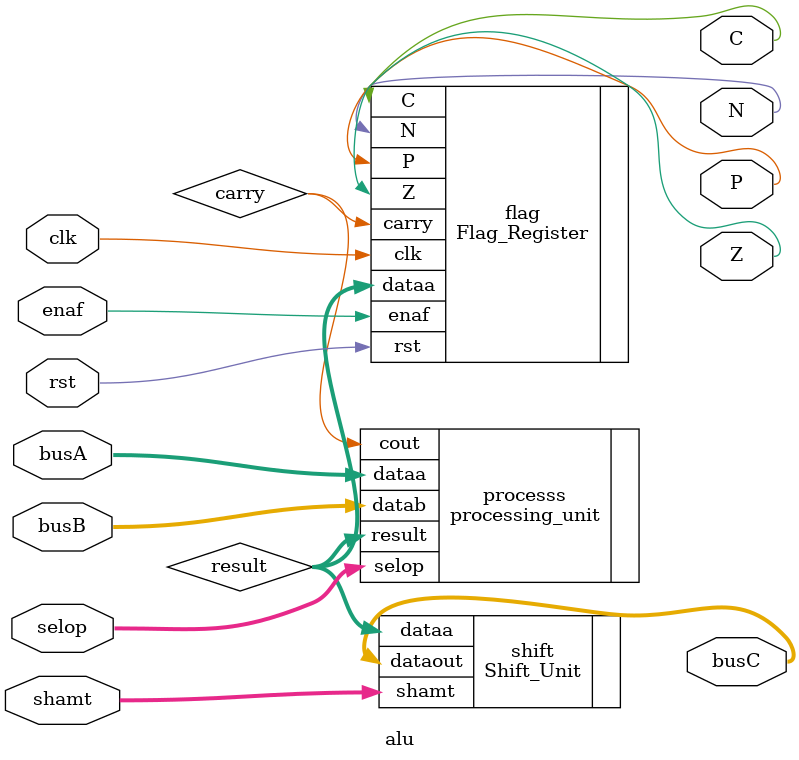
<source format=v>


module alu #(parameter MAX_WIDTH = 8)(
	input wire clk,
	input wire rst,
	input wire [MAX_WIDTH-1:0] busA,
	input wire [MAX_WIDTH-1:0] busB,
	input wire [2:0] selop,
	input wire [1:0] shamt,
	input wire enaf,
	output wire [MAX_WIDTH-1:0] busC,
	output wire C,
	output wire N,
	output wire P,
	output wire Z
);

wire [MAX_WIDTH-1:0] result;
wire                 carry;


// Instantiate processing_unit
processing_unit #(.N(MAX_WIDTH)) processs ( 
	.dataa(busA), 
	.datab(busB), 
	.selop(selop), 
	.result(result), 
	.cout(carry)
);

// Instantiate flag_register
Flag_Register #(.MAX_WIDTH(MAX_WIDTH)) flag ( 
	.rst(rst), 
	.clk(clk), 
	.enaf(enaf),
	.carry(carry),
	.dataa(result), 
	.C(C),
	.N(N), 
	.P(P), 
	.Z(Z)
);


// Instantiate shift_unit
Shift_Unit #(.N(MAX_WIDTH)) shift ( 
	.dataa(result), 
	.shamt(shamt), 
	.dataout(busC)
);



endmodule
</source>
